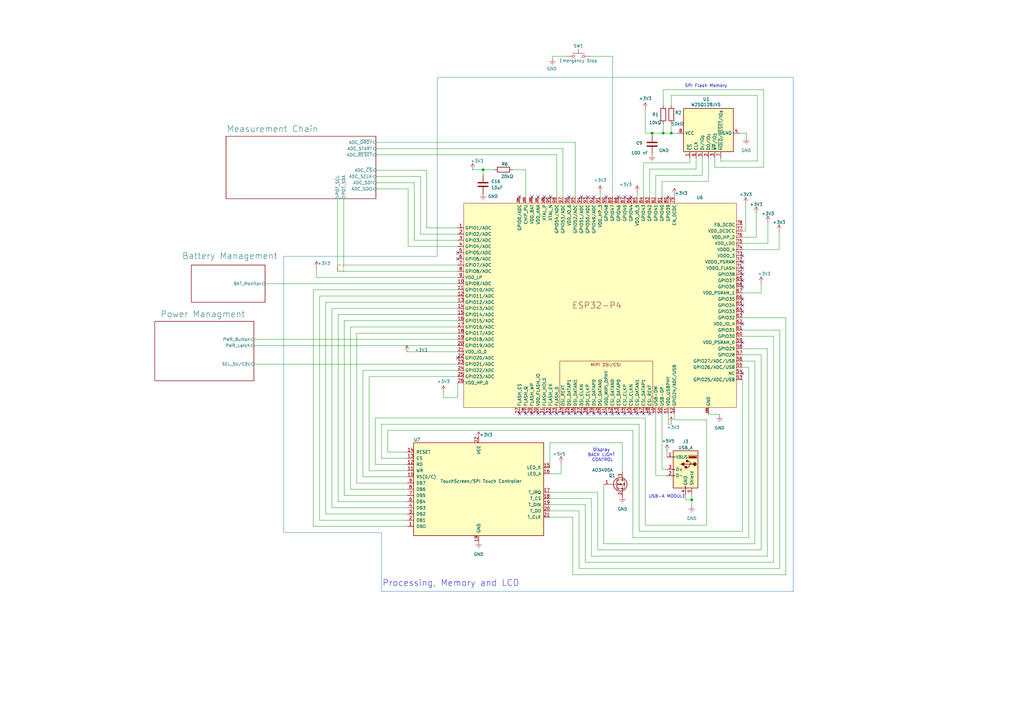
<source format=kicad_sch>
(kicad_sch (version 20250114) (generator "eeschema") (generator_version "9.0")
  (paper "A3")
  (title_block (title "Mobile Force Verification Unit") (date "2025-11-30") (rev "1.0") (company "Innovatest") (comment 1 "Group 02"))
  (lib_symbols
    (symbol "Connector:USB_A" (pin_names (offset 1.016))
      (property "Reference" "J" (at -5.08 11.43 0))
      (property "Value" "USB_A" (at -5.08 8.89 0))
      (symbol "USB_A_1_1"
        (pin passive line (at -2.54 -10.16 90) (length 2.54) (name "Shield") (number "5"))
        (pin power_in line (at 0 -10.16 90) (length 2.54) (name "GND") (number "4"))
        (pin power_in line (at 7.62 5.08 180) (length 2.54) (name "VBUS") (number "1"))
        (pin bidirectional line (at 7.62 0 180) (length 2.54) (name "D+") (number "3"))
        (pin bidirectional line (at 7.62 -2.54 180) (length 2.54) (name "D-") (number "2"))
      )
    )
    (symbol "Device:C" (pin_numbers (hide yes)) (pin_names (offset 0.254))
      (property "Reference" "C" (at 0.635 2.54 0))
      (property "Value" "C" (at 0.635 -2.54 0))
      (symbol "C_1_1"
        (pin passive line (at 0 3.81 270) (length 2.794) (name "~") (number "1"))
        (pin passive line (at 0 -3.81 90) (length 2.794) (name "~") (number "2"))
      )
    )
    (symbol "Device:R" (pin_numbers (hide yes)) (pin_names (offset 0))
      (property "Reference" "R" (at 2.032 0 90))
      (property "Value" "R" (at 0 0 90))
      (symbol "R_1_1"
        (pin passive line (at 0 3.81 270) (length 1.27) (name "~") (number "1"))
        (pin passive line (at 0 -3.81 90) (length 1.27) (name "~") (number "2"))
      )
    )
    (symbol "Display_Graphic:EA_eDIPTFT32-ATP" (pin_names (offset 1.016))
      (property "Reference" "U5" (at -15.24 -10.16 0))
      (property "Value" "TouchScreen/SPI Touch Controller" (at -4.318 6.858 0))
      (symbol "EA_eDIPTFT32-ATP_1_1"
        (pin input line (at -17.78 25.4 0) (length 2.54) (name "DBO") (number "1"))
        (pin input line (at -17.78 22.86 0) (length 2.54) (name "DB1") (number "2"))
        (pin input line (at -17.78 20.32 0) (length 2.54) (name "DB2") (number "3"))
        (pin input line (at -17.78 17.78 0) (length 2.54) (name "DB3") (number "4"))
        (pin input line (at -17.78 15.24 0) (length 2.54) (name "DB4") (number "6"))
        (pin input line (at -17.78 12.7 0) (length 2.54) (name "DB5") (number "7"))
        (pin input line (at -17.78 10.16 0) (length 2.54) (name "DB6") (number "8"))
        (pin power_in line (at -17.78 7.62 0) (length 2.54) (name "DB7") (number "9"))
        (pin input line (at -17.78 5.08 0) (length 2.54) (name "RS(D/C)") (number "10"))
        (pin input line (at -17.78 2.54 0) (length 2.54) (name "WR") (number "11"))
        (pin input line (at -17.78 0 0) (length 2.54) (name "RD") (number "12"))
        (pin input line (at -17.78 -2.54 0) (length 2.54) (name "CS") (number "13"))
        (pin input line (at -17.78 -5.08 0) (length 2.54) (name "RESET") (number "14"))
        (pin no_connect line (at -12.7 -8.89 0) (length 2.54) (hide yes) (name "NC") (number "4"))
        (pin power_in line (at 11.43 31.75 270) (length 2.54) (name "GND") (number "19"))
        (pin power_in line (at 11.43 -11.43 90) (length 2.54) (name "VCC") (number "22"))
        (pin input line (at 40.64 21.59 180) (length 2.54) (name "T_CLK") (number "21"))
        (pin input line (at 40.64 19.05 180) (length 2.54) (name "T_DO") (number "20"))
        (pin input line (at 40.64 16.51 180) (length 2.54) (name "T_DIN") (number "19"))
        (pin input line (at 40.64 13.97 180) (length 2.54) (name "T_CS") (number "18"))
        (pin input line (at 40.64 11.43 180) (length 2.54) (name "T_IRQ") (number "17"))
        (pin input line (at 40.64 3.81 180) (length 2.54) (name "LED_A") (number "16"))
        (pin output line (at 40.64 1.27 180) (length 2.54) (name "LED_K") (number "15"))
        (pin no_connect line (at 40.64 -8.89 180) (length 2.54) (hide yes) (name "NC") (number "3"))
      )
    )
    (symbol "Espressif:ESP32-P4"
      (property "Reference" "U" (at -54.61 43.688 0))
      (symbol "ESP32-P4_1_0"
        (pin bidirectional line (at -57.15 8.89 0) (length 2.54) (name "GPIO9/ADC") (number "10"))
        (pin bidirectional line (at -57.15 6.35 0) (length 2.54) (name "GPIO10/ADC") (number "11"))
        (pin bidirectional line (at -57.15 3.81 0) (length 2.54) (name "GPIO11/ADC") (number "12"))
        (pin bidirectional line (at -57.15 1.27 0) (length 2.54) (name "GPIO12/ADC") (number "13"))
        (pin bidirectional line (at -57.15 -1.27 0) (length 2.54) (name "GPIO13/ADC") (number "14"))
        (pin bidirectional line (at -57.15 -3.81 0) (length 2.54) (name "GPIO14/ADC") (number "15"))
        (pin bidirectional line (at -57.15 -6.35 0) (length 2.54) (name "GPIO15/ADC") (number "16"))
        (pin bidirectional line (at -57.15 -8.89 0) (length 2.54) (name "GPIO16/ADC") (number "17"))
        (pin bidirectional line (at -57.15 -11.43 0) (length 2.54) (name "GPIO17/ADC") (number "18"))
        (pin bidirectional line (at -57.15 -13.97 0) (length 2.54) (name "GPIO18/ADC") (number "19"))
        (pin bidirectional line (at -57.15 -16.51 0) (length 2.54) (name "GPIO19/ADC") (number "20"))
        (pin power_in line (at -57.15 -19.05 0) (length 2.54) (name "VDD_IO_0") (number "21"))
        (pin bidirectional line (at -57.15 -21.59 0) (length 2.54) (name "GPIO20/ADC") (number "22"))
        (pin bidirectional line (at -57.15 -24.13 0) (length 2.54) (name "GPIO21/ADC") (number "23"))
        (pin bidirectional line (at -57.15 -26.67 0) (length 2.54) (name "GPIO22/ADC") (number "24"))
        (pin bidirectional line (at -57.15 -29.21 0) (length 2.54) (name "GPIO23/ADC") (number "25"))
        (pin power_in line (at -57.15 -31.75 0) (length 2.54) (name "VDD_HP_0") (number "26"))
        (pin bidirectional line (at -31.75 44.45 270) (length 2.54) (name "GPIO0/ADC") (number "104"))
        (pin bidirectional line (at -31.75 -44.45 90) (length 2.54) (name "FLASH_CS") (number "27"))
        (pin input line (at -29.21 44.45 270) (length 2.54) (name "CHIP_PU") (number "103"))
        (pin bidirectional line (at -29.21 -44.45 90) (length 2.54) (name "FLASH_Q") (number "28"))
        (pin bidirectional line (at -26.67 44.45 270) (length 2.54) (name "VDD_BAT") (number "102"))
        (pin bidirectional line (at -26.67 -44.45 90) (length 2.54) (name "FLASH_WP") (number "29"))
        (pin bidirectional line (at -24.13 44.45 270) (length 2.54) (name "VDD_ANA") (number "101"))
        (pin power_in line (at -24.13 -44.45 90) (length 2.54) (name "VDD_FLASH_IO") (number "30"))
        (pin bidirectional line (at -21.59 44.45 270) (length 2.54) (name "XTAL_P") (number "100"))
        (pin bidirectional line (at -21.59 -44.45 90) (length 2.54) (name "FLASH_HOLD") (number "31"))
        (pin bidirectional line (at -19.05 44.45 270) (length 2.54) (name "XTAL_N") (number "99"))
        (pin bidirectional line (at -19.05 -44.45 90) (length 2.54) (name "FLASH_CK") (number "32"))
        (pin bidirectional line (at -16.51 44.45 270) (length 2.54) (name "GPIO54/ADC") (number "98"))
        (pin bidirectional line (at -16.51 -44.45 90) (length 2.54) (name "FLASH_D") (number "33"))
        (pin bidirectional line (at -13.97 44.45 270) (length 2.54) (name "GPIO53/ADC") (number "97"))
        (pin bidirectional line (at -13.97 -44.45 90) (length 2.54) (name "DSI_REXT") (number "34"))
        (pin power_in line (at -11.43 44.45 270) (length 2.54) (name "VDD_IO_6") (number "96"))
        (pin bidirectional line (at -11.43 -44.45 90) (length 2.54) (name "DSI_DATAP1") (number "35"))
        (pin bidirectional line (at -8.89 44.45 270) (length 2.54) (name "GPIO52/ADC") (number "95"))
        (pin bidirectional line (at -8.89 -44.45 90) (length 2.54) (name "DSI_DATAN1") (number "36"))
        (pin bidirectional line (at -6.35 44.45 270) (length 2.54) (name "GPIO51/ADC") (number "94"))
        (pin bidirectional line (at -6.35 -44.45 90) (length 2.54) (name "DSI_CLKN") (number "37"))
        (pin bidirectional line (at -3.81 44.45 270) (length 2.54) (name "GPIO50/ADC") (number "93"))
        (pin bidirectional line (at -3.81 -44.45 90) (length 2.54) (name "DSI_CLKP") (number "38"))
        (pin bidirectional line (at -1.27 44.45 270) (length 2.54) (name "GPIO49/ADC") (number "92"))
        (pin bidirectional line (at -1.27 -44.45 90) (length 2.54) (name "DSI_DATAP0") (number "39"))
        (pin power_in line (at 1.27 44.45 270) (length 2.54) (name "VDD_HP_3") (number "91"))
        (pin bidirectional line (at 1.27 -44.45 90) (length 2.54) (name "DSI_DATAN0") (number "40"))
        (pin bidirectional line (at 3.81 44.45 270) (length 2.54) (name "GPIO48") (number "90"))
        (pin power_in line (at 3.81 -44.45 90) (length 2.54) (name "VDD_MIPI_DPHY") (number "41"))
        (pin bidirectional line (at 6.35 44.45 270) (length 2.54) (name "GPIO47") (number "89"))
        (pin bidirectional line (at 6.35 -44.45 90) (length 2.54) (name "CSI_DATAN0") (number "42"))
        (pin bidirectional line (at 8.89 44.45 270) (length 2.54) (name "GPIO46") (number "88"))
        (pin bidirectional line (at 8.89 -44.45 90) (length 2.54) (name "CSI_DATAP0") (number "43"))
        (pin bidirectional line (at 11.43 44.45 270) (length 2.54) (name "GPIO45") (number "87"))
        (pin bidirectional line (at 11.43 -44.45 90) (length 2.54) (name "CSI_CLKP") (number "44"))
        (pin bidirectional line (at 13.97 44.45 270) (length 2.54) (name "GPIO44") (number "86"))
        (pin bidirectional line (at 13.97 -44.45 90) (length 2.54) (name "CSI_CLKN") (number "45"))
        (pin power_in line (at 16.51 44.45 270) (length 2.54) (name "VDD_IO_5") (number "85"))
        (pin bidirectional line (at 16.51 -44.45 90) (length 2.54) (name "CSI_DATAN1") (number "46"))
        (pin bidirectional line (at 19.05 44.45 270) (length 2.54) (name "GPIO43") (number "84"))
        (pin bidirectional line (at 19.05 -44.45 90) (length 2.54) (name "CSI_DATAP1") (number "47"))
        (pin bidirectional line (at 21.59 44.45 270) (length 2.54) (name "GPIO42") (number "83"))
        (pin bidirectional line (at 21.59 -44.45 90) (length 2.54) (name "CSI_REXT") (number "48"))
        (pin bidirectional line (at 24.13 44.45 270) (length 2.54) (name "GPIO41") (number "82"))
        (pin bidirectional line (at 24.13 -44.45 90) (length 2.54) (name "USB-DM") (number "49"))
        (pin bidirectional line (at 26.67 44.45 270) (length 2.54) (name "GPIO40") (number "81"))
        (pin bidirectional line (at 26.67 -44.45 90) (length 2.54) (name "USB-DP") (number "50"))
        (pin bidirectional line (at 29.21 44.45 270) (length 2.54) (name "GPIO39") (number "80"))
        (pin power_in line (at 29.21 -44.45 90) (length 2.54) (name "VDD_USBPHY") (number "51"))
        (pin output line (at 31.75 44.45 270) (length 2.54) (name "EN_DCDC") (number "79"))
        (pin bidirectional line (at 31.75 -44.45 90) (length 2.54) (name "GPIO24/ADC/USB") (number "52"))
        (pin power_in line (at 45.72 -44.45 90) (length 2.54) (name "GND") (number "105"))
        (pin bidirectional line (at 59.69 33.02 180) (length 2.54) (name "FB_DCDC") (number "78"))
        (pin power_in line (at 59.69 30.48 180) (length 2.54) (name "VDD_DCDCC") (number "77"))
        (pin power_in line (at 59.69 27.94 180) (length 2.54) (name "VDD_HP_2") (number "76"))
        (pin power_in line (at 59.69 25.4 180) (length 2.54) (name "VDD_LDO") (number "75"))
        (pin power_in line (at 59.69 22.86 180) (length 2.54) (name "VDDO_4") (number "74"))
        (pin power_in line (at 59.69 20.32 180) (length 2.54) (name "VDDO_3") (number "73"))
        (pin power_in line (at 59.69 17.78 180) (length 2.54) (name "VDDO_PSRAM") (number "72"))
        (pin power_in line (at 59.69 15.24 180) (length 2.54) (name "VDDO_FLASH") (number "71"))
        (pin bidirectional line (at 59.69 12.7 180) (length 2.54) (name "GPIO38") (number "70"))
        (pin bidirectional line (at 59.69 10.16 180) (length 2.54) (name "GPIO37") (number "69"))
        (pin bidirectional line (at 59.69 7.62 180) (length 2.54) (name "GPIO36") (number "68"))
        (pin power_in line (at 59.69 5.08 180) (length 2.54) (name "VDD_PSRAM_1") (number "67"))
        (pin bidirectional line (at 59.69 2.54 180) (length 2.54) (name "GPIO35") (number "66"))
        (pin bidirectional line (at 59.69 0 180) (length 2.54) (name "GPIO34") (number "65"))
        (pin bidirectional line (at 59.69 -2.54 180) (length 2.54) (name "GPIO33") (number "64"))
        (pin bidirectional line (at 59.69 -5.08 180) (length 2.54) (name "GPIO32") (number "63"))
        (pin power_in line (at 59.69 -7.62 180) (length 2.54) (name "VDD_IO_4") (number "62"))
        (pin bidirectional line (at 59.69 -10.16 180) (length 2.54) (name "GPIO31") (number "61"))
        (pin bidirectional line (at 59.69 -12.7 180) (length 2.54) (name "GPIO30") (number "60"))
        (pin power_in line (at 59.69 -15.24 180) (length 2.54) (name "VDD_PSRAM_0") (number "59"))
        (pin bidirectional line (at 59.69 -17.78 180) (length 2.54) (name "GPIO29") (number "58"))
        (pin bidirectional line (at 59.69 -20.32 180) (length 2.54) (name "GPIO28") (number "57"))
        (pin bidirectional line (at 59.69 -22.86 180) (length 2.54) (name "GPIO27/ADC/USB") (number "56"))
        (pin bidirectional line (at 59.69 -25.4 180) (length 2.54) (name "GPIO26/ADC/USB") (number "55"))
        (pin no_connect line (at 59.69 -27.94 180) (length 2.54) (name "NC") (number "54"))
        (pin bidirectional line (at 59.69 -30.48 180) (length 2.54) (name "GPIO25/ADC/USB") (number "53"))
      )
      (symbol "ESP32-P4_1_1"
        (text "ESP32-P4" (at 0 0 0) (effects (font (size 2.54 2.54))))
        (text "MIPI DSI/CSI" (at 3.556 -24.384 0) (effects (font (size 1.27 1.27))))
        (pin bidirectional line (at -57.15 31.75 0) (length 2.54) (name "GPIO1/ADC") (number "1"))
        (pin bidirectional line (at -57.15 29.21 0) (length 2.54) (name "GPIO2/ADC") (number "2"))
        (pin bidirectional line (at -57.15 26.67 0) (length 2.54) (name "GPIO3/ADC") (number "3"))
        (pin bidirectional line (at -57.15 24.13 0) (length 2.54) (name "GPIO4/ADC") (number "4"))
        (pin bidirectional line (at -57.15 21.59 0) (length 2.54) (name "GPIO5/ADC") (number "5"))
        (pin bidirectional line (at -57.15 19.05 0) (length 2.54) (name "GPIO6/ADC") (number "6"))
        (pin bidirectional line (at -57.15 16.51 0) (length 2.54) (name "GPIO7/ADC") (number "7"))
        (pin bidirectional line (at -57.15 13.97 0) (length 2.54) (name "GPIO8/ADC") (number "8"))
        (pin power_in line (at -57.15 11.43 0) (length 2.54) (name "VDD_LP") (number "9"))
      )
    )
    (symbol "Memory_Flash:W25Q128JVS"
      (property "Reference" "U" (at -6.35 11.43 0))
      (property "Value" "W25Q128JVS" (at 7.62 11.43 0))
      (symbol "W25Q128JVS_1_1"
        (pin input line (at -10.16 7.62 0) (length 2.54) (name "~{CS}") (number "1"))
        (pin input line (at -10.16 5.08 0) (length 2.54) (name "CLK") (number "6"))
        (pin bidirectional line (at -10.16 2.54 0) (length 2.54) (name "DI/IO_{0}") (number "5"))
        (pin bidirectional line (at -10.16 0 0) (length 2.54) (name "DO/IO_{1}") (number "2"))
        (pin bidirectional line (at -10.16 -2.54 0) (length 2.54) (name "~{WP}/IO_{2}") (number "3"))
        (pin bidirectional line (at -10.16 -5.08 0) (length 2.54) (name "~{HOLD}/~{RESET}/IO_{3}") (number "7"))
        (pin power_in line (at 0 12.7 270) (length 2.54) (name "VCC") (number "8"))
        (pin power_in line (at 0 -12.7 90) (length 2.54) (name "GND") (number "4"))
      )
    )
    (symbol "Switch:SW_Push" (pin_numbers (hide yes)) (pin_names (offset 1.016) (hide yes))
      (property "Reference" "SW" (at 1.27 2.54 0))
      (property "Value" "SW_Push" (at 0 -1.524 0))
      (symbol "SW_Push_0_1"
        (pin passive line (at -5.08 0 0) (length 2.54) (name "1") (number "1"))
        (pin passive line (at 5.08 0 180) (length 2.54) (name "2") (number "2"))
      )
    )
    (symbol "Transistor_FET:AO3400A" (pin_names (offset 0) (hide yes))
      (property "Reference" "Q" (at 5.08 1.905 0))
      (property "Value" "AO3400A" (at 5.08 0 0))
      (symbol "AO3400A_1_1"
        (pin input line (at -5.08 0 0) (length 2.54) (name "G") (number "1"))
        (pin passive line (at 2.54 5.08 270) (length 2.54) (name "D") (number "3"))
        (pin passive line (at 2.54 -5.08 90) (length 2.54) (name "S") (number "2"))
      )
    )
    (symbol "power:+5V" (power) (pin_numbers (hide yes)) (pin_names (offset 0) (hide yes))
      (property "Value" "+5V" (at 0 3.556 0))
      (symbol "+5V_1_1"
        (pin power_in line (at 0 0 90) (length 0) (name "~") (number "1"))
      )
    )
    (symbol "power:GNDREF" (power) (pin_numbers (hide yes)) (pin_names (offset 0) (hide yes))
      (property "Value" "GNDREF" (at 0 -3.81 0))
      (symbol "GNDREF_1_1"
        (pin power_in line (at 0 0 270) (length 0) (name "~") (number "1"))
      )
    )
    (symbol "power:VCC" (power) (pin_numbers (hide yes)) (pin_names (offset 0) (hide yes))
      (property "Value" "VCC" (at 0 3.556 0))
      (symbol "VCC_1_1"
        (pin power_in line (at 0 0 90) (length 0) (name "~") (number "1"))
      )
    )
  )
  (text "USB-A MODULE\n" (at 273.558 203.708 0) (effects (font (size 1.27 1.27))))
  (text "Processing, Memory and LCD" (at 184.912 239.268 0) (effects (font (size 2.54 2.54))))
  (text "Display \nBACK LIGHT \nCONTROL\n" (at 247.142 186.69 0) (effects (font (size 1.27 1.27))))
  (text "SPI Flash Memory\n" (at 289.56 35.306 0) (effects (font (size 1.27 1.27))))
  (junction (at 275.336 54.61))
  (junction (at 272.034 54.61))
  (junction (at 198.12 69.596))
  (junction (at 267.462 54.61))
  (junction (at 283.718 204.978))
  (no_connect (at 215.646 169.672))
  (no_connect (at 253.746 169.672))
  (no_connect (at 230.886 169.672))
  (no_connect (at 218.186 80.772))
  (no_connect (at 304.546 117.602))
  (no_connect (at 187.706 106.172))
  (no_connect (at 304.546 107.442))
  (no_connect (at 225.806 80.772))
  (no_connect (at 304.546 109.982))
  (no_connect (at 228.346 169.672))
  (no_connect (at 266.446 169.672))
  (no_connect (at 253.746 80.772))
  (no_connect (at 304.546 125.222))
  (no_connect (at 233.426 169.672))
  (no_connect (at 187.706 103.632))
  (no_connect (at 238.506 80.772))
  (no_connect (at 213.106 80.772))
  (no_connect (at 233.426 80.772))
  (no_connect (at 261.366 169.672))
  (no_connect (at 187.706 146.812))
  (no_connect (at 243.586 169.672))
  (no_connect (at 220.726 80.772))
  (no_connect (at 241.046 169.672))
  (no_connect (at 274.066 80.772))
  (no_connect (at 304.546 127.762))
  (no_connect (at 251.206 169.672))
  (no_connect (at 304.546 112.522))
  (no_connect (at 241.046 80.772))
  (no_connect (at 225.806 169.672))
  (no_connect (at 243.586 80.772))
  (no_connect (at 304.546 115.062))
  (no_connect (at 304.546 104.902))
  (no_connect (at 304.546 140.462))
  (no_connect (at 246.126 169.672))
  (no_connect (at 223.266 169.672))
  (no_connect (at 213.106 169.672))
  (no_connect (at 256.286 80.772))
  (no_connect (at 304.546 132.842))
  (no_connect (at 218.186 169.672))
  (no_connect (at 223.266 80.772))
  (no_connect (at 248.666 169.672))
  (no_connect (at 235.966 169.672))
  (no_connect (at 220.726 169.672))
  (no_connect (at 263.906 169.672))
  (no_connect (at 238.506 169.672))
  (no_connect (at 256.286 169.672))
  (no_connect (at 248.666 80.772))
  (no_connect (at 304.546 122.682))
  (no_connect (at 258.826 169.672))
  (no_connect (at 258.826 80.772))
  (wire (pts (xy 172.466 96.012) (xy 187.706 96.012)))
  (wire (pts (xy 169.926 98.552) (xy 169.926 74.93)))
  (wire (pts (xy 247.65 198.628) (xy 247.65 223.012)))
  (wire (pts (xy 276.606 172.212) (xy 289.814 172.212)))
  (wire (pts (xy 293.116 68.58) (xy 313.182 68.58)))
  (wire (pts (xy 187.706 101.092) (xy 167.386 101.092)))
  (wire (pts (xy 322.326 130.302) (xy 322.326 235.712)))
  (wire (pts (xy 143.764 200.66) (xy 167.132 200.66)))
  (wire (pts (xy 167.132 215.9) (xy 128.524 215.9)))
  (wire (pts (xy 226.568 23.114) (xy 232.156 23.114)))
  (wire (pts (xy 151.384 154.432) (xy 151.384 193.04)))
  (wire (pts (xy 283.718 204.978) (xy 283.718 207.518)))
  (wire (pts (xy 167.132 210.82) (xy 133.604 210.82)))
  (wire (pts (xy 187.706 111.252) (xy 138.43 111.252)))
  (wire (pts (xy 266.446 69.342) (xy 285.496 69.342)))
  (wire (pts (xy 154.178 58.42) (xy 235.966 58.42)))
  (wire (pts (xy 262.128 173.99) (xy 262.128 217.932)))
  (wire (pts (xy 304.546 120.142) (xy 312.166 120.142)))
  (wire (pts (xy 104.14 141.732) (xy 187.706 141.732)))
  (wire (pts (xy 128.524 118.872) (xy 128.524 215.9)))
  (wire (pts (xy 272.034 54.61) (xy 275.336 54.61)))
  (wire (pts (xy 187.706 156.972) (xy 187.706 163.068)))
  (wire (pts (xy 290.576 169.926) (xy 290.576 169.672)))
  (wire (pts (xy 148.844 151.892) (xy 187.706 151.892)))
  (wire (pts (xy 283.718 204.978) (xy 281.178 204.978)))
  (wire (pts (xy 242.57 204.47) (xy 242.57 228.092)))
  (wire (pts (xy 264.668 44.704) (xy 264.668 54.61)))
  (wire (pts (xy 140.97 81.534) (xy 140.97 108.712)))
  (wire (pts (xy 275.336 50.8) (xy 275.336 54.61)))
  (wire (pts (xy 148.844 195.58) (xy 148.844 151.892)))
  (wire (pts (xy 317.246 137.922) (xy 317.246 230.632)))
  (wire (pts (xy 153.924 171.45) (xy 264.668 171.45)))
  (wire (pts (xy 246.126 78.74) (xy 246.126 80.772)))
  (wire (pts (xy 268.986 195.072) (xy 273.558 195.072)))
  (wire (pts (xy 156.464 173.99) (xy 262.128 173.99)))
  (wire (pts (xy 167.132 213.36) (xy 131.064 213.36)))
  (wire (pts (xy 304.546 97.282) (xy 310.134 97.282)))
  (wire (pts (xy 225.552 209.55) (xy 237.49 209.55)))
  (wire (pts (xy 167.132 190.5) (xy 153.924 190.5)))
  (wire (pts (xy 304.546 130.302) (xy 322.326 130.302)))
  (wire (pts (xy 141.224 203.2) (xy 167.132 203.2)))
  (wire (pts (xy 264.668 54.61) (xy 267.462 54.61)))
  (wire (pts (xy 225.552 207.01) (xy 240.03 207.01)))
  (wire (pts (xy 167.132 195.58) (xy 148.844 195.58)))
  (wire (pts (xy 230.124 194.31) (xy 230.124 189.738)))
  (wire (pts (xy 167.132 187.96) (xy 156.464 187.96)))
  (wire (pts (xy 259.588 176.53) (xy 259.588 220.472)))
  (wire (pts (xy 108.712 116.332) (xy 187.706 116.332)))
  (wire (pts (xy 275.336 173.482) (xy 275.336 173.99)))
  (wire (pts (xy 230.886 60.96) (xy 230.886 80.772)))
  (wire (pts (xy 138.684 129.032) (xy 138.684 205.74)))
  (wire (pts (xy 304.546 137.922) (xy 317.246 137.922)))
  (wire (pts (xy 228.346 63.5) (xy 228.346 80.772)))
  (wire (pts (xy 240.03 230.632) (xy 317.246 230.632)))
  (wire (pts (xy 129.794 113.792) (xy 129.794 109.728)))
  (wire (pts (xy 319.532 94.742) (xy 319.532 102.362)))
  (wire (pts (xy 267.462 63.5) (xy 267.462 62.992)))
  (wire (pts (xy 234.95 212.09) (xy 234.95 235.712)))
  (wire (pts (xy 312.166 116.078) (xy 312.166 120.142)))
  (wire (pts (xy 314.706 143.002) (xy 314.706 228.092)))
  (wire (pts (xy 225.552 194.31) (xy 230.124 194.31)))
  (wire (pts (xy 314.96 99.822) (xy 314.96 91.186)))
  (wire (pts (xy 282.956 66.802) (xy 282.956 64.77)))
  (wire (pts (xy 136.144 126.492) (xy 187.706 126.492)))
  (wire (pts (xy 181.864 160.782) (xy 181.864 163.068)))
  (wire (pts (xy 245.11 225.552) (xy 312.166 225.552)))
  (wire (pts (xy 310.642 39.116) (xy 310.642 66.04)))
  (wire (pts (xy 262.128 217.932) (xy 304.546 217.932)))
  (wire (pts (xy 167.132 185.42) (xy 159.004 185.42)))
  (wire (pts (xy 128.524 118.872) (xy 187.706 118.872)))
  (wire (pts (xy 264.668 215.392) (xy 289.814 215.392)))
  (wire (pts (xy 133.604 123.952) (xy 133.604 210.82)))
  (wire (pts (xy 283.718 204.978) (xy 283.718 202.692)))
  (wire (pts (xy 153.924 190.5) (xy 153.924 171.45)))
  (wire (pts (xy 288.036 71.882) (xy 288.036 64.77)))
  (wire (pts (xy 295.148 169.926) (xy 295.148 170.434)))
  (wire (pts (xy 251.206 80.772) (xy 251.206 23.114)))
  (wire (pts (xy 274.066 169.672) (xy 274.066 173.99)))
  (wire (pts (xy 146.304 136.652) (xy 146.304 198.12)))
  (wire (pts (xy 143.764 134.112) (xy 187.706 134.112)))
  (wire (pts (xy 138.684 129.032) (xy 187.706 129.032)))
  (wire (pts (xy 154.178 63.5) (xy 228.346 63.5)))
  (wire (pts (xy 133.604 123.952) (xy 187.706 123.952)))
  (wire (pts (xy 166.878 144.272) (xy 187.706 144.272)))
  (wire (pts (xy 196.342 179.07) (xy 196.342 179.578)))
  (wire (pts (xy 151.384 154.432) (xy 187.706 154.432)))
  (wire (pts (xy 276.606 169.672) (xy 276.606 172.212)))
  (wire (pts (xy 275.336 39.116) (xy 310.642 39.116)))
  (wire (pts (xy 215.646 69.596) (xy 215.646 80.772)))
  (wire (pts (xy 138.43 81.534) (xy 138.43 111.252)))
  (wire (pts (xy 138.684 205.74) (xy 167.132 205.74)))
  (wire (pts (xy 264.668 171.45) (xy 264.668 215.392)))
  (wire (pts (xy 313.182 68.58) (xy 313.182 36.83)))
  (wire (pts (xy 159.004 185.42) (xy 159.004 176.53)))
  (wire (pts (xy 268.986 80.772) (xy 268.986 71.882)))
  (wire (pts (xy 237.49 209.55) (xy 237.49 233.172)))
  (wire (pts (xy 272.034 43.18) (xy 272.034 36.83)))
  (wire (pts (xy 304.546 102.362) (xy 319.532 102.362)))
  (wire (pts (xy 267.462 55.372) (xy 267.462 54.61)))
  (wire (pts (xy 293.116 64.77) (xy 293.116 68.58)))
  (wire (pts (xy 154.178 60.96) (xy 230.886 60.96)))
  (wire (pts (xy 242.57 228.092) (xy 314.706 228.092)))
  (wire (pts (xy 181.864 163.068) (xy 187.706 163.068)))
  (wire (pts (xy 225.552 201.93) (xy 245.11 201.93)))
  (wire (pts (xy 141.224 131.572) (xy 141.224 203.2)))
  (wire (pts (xy 261.366 78.74) (xy 261.366 80.772)))
  (wire (pts (xy 305.816 83.566) (xy 305.816 94.742)))
  (wire (pts (xy 167.386 101.092) (xy 167.386 77.47)))
  (wire (pts (xy 271.526 192.532) (xy 273.558 192.532)))
  (wire (pts (xy 154.178 69.85) (xy 175.006 69.85)))
  (wire (pts (xy 151.384 193.04) (xy 167.132 193.04)))
  (wire (pts (xy 274.066 173.99) (xy 275.336 173.99)))
  (wire (pts (xy 131.064 121.412) (xy 131.064 213.36)))
  (wire (pts (xy 268.986 169.672) (xy 268.986 195.072)))
  (wire (pts (xy 309.626 148.082) (xy 304.546 148.082)))
  (wire (pts (xy 175.006 93.472) (xy 187.706 93.472)))
  (wire (pts (xy 304.546 135.382) (xy 319.786 135.382)))
  (wire (pts (xy 295.148 169.926) (xy 290.576 169.926)))
  (wire (pts (xy 312.166 145.542) (xy 304.546 145.542)))
  (wire (pts (xy 251.206 23.114) (xy 242.316 23.114)))
  (wire (pts (xy 271.526 74.422) (xy 290.576 74.422)))
  (wire (pts (xy 198.12 69.596) (xy 198.12 71.882)))
  (wire (pts (xy 141.224 131.572) (xy 187.706 131.572)))
  (wire (pts (xy 225.552 212.09) (xy 234.95 212.09)))
  (wire (pts (xy 198.12 69.596) (xy 202.692 69.596)))
  (wire (pts (xy 245.11 201.93) (xy 245.11 225.552)))
  (wire (pts (xy 312.166 145.542) (xy 312.166 225.552)))
  (wire (pts (xy 319.786 135.382) (xy 319.786 233.172)))
  (wire (pts (xy 225.552 204.47) (xy 242.57 204.47)))
  (wire (pts (xy 172.466 72.39) (xy 172.466 96.012)))
  (wire (pts (xy 146.304 198.12) (xy 167.132 198.12)))
  (wire (pts (xy 289.814 215.392) (xy 289.814 172.212)))
  (wire (pts (xy 154.178 74.93) (xy 169.926 74.93)))
  (wire (pts (xy 267.462 54.61) (xy 272.034 54.61)))
  (wire (pts (xy 247.65 223.012) (xy 309.626 223.012)))
  (wire (pts (xy 154.178 77.47) (xy 167.386 77.47)))
  (wire (pts (xy 304.546 150.622) (xy 307.086 150.622)))
  (wire (pts (xy 275.336 43.18) (xy 275.336 39.116)))
  (wire (pts (xy 272.034 50.8) (xy 272.034 54.61)))
  (wire (pts (xy 143.764 134.112) (xy 143.764 200.66)))
  (wire (pts (xy 304.546 155.702) (xy 304.546 217.932)))
  (wire (pts (xy 310.134 87.376) (xy 310.134 97.282)))
  (wire (pts (xy 309.626 148.082) (xy 309.626 223.012)))
  (wire (pts (xy 307.086 150.622) (xy 307.086 220.472)))
  (wire (pts (xy 285.496 69.342) (xy 285.496 64.77)))
  (wire (pts (xy 295.656 66.04) (xy 295.656 64.77)))
  (wire (pts (xy 306.07 54.61) (xy 306.07 56.642)))
  (wire (pts (xy 146.304 136.652) (xy 187.706 136.652)))
  (wire (pts (xy 235.966 58.42) (xy 235.966 80.772)))
  (wire (pts (xy 234.95 235.712) (xy 322.326 235.712)))
  (wire (pts (xy 237.49 233.172) (xy 319.786 233.172)))
  (wire (pts (xy 276.606 80.772) (xy 276.606 79.756)))
  (wire (pts (xy 255.27 181.61) (xy 255.27 193.548)))
  (wire (pts (xy 225.552 181.61) (xy 255.27 181.61)))
  (wire (pts (xy 263.906 80.772) (xy 263.906 66.802)))
  (wire (pts (xy 314.706 143.002) (xy 304.546 143.002)))
  (wire (pts (xy 104.14 139.192) (xy 187.706 139.192)))
  (wire (pts (xy 136.144 126.492) (xy 136.144 208.28)))
  (wire (pts (xy 129.794 113.792) (xy 187.706 113.792)))
  (wire (pts (xy 304.546 99.822) (xy 314.96 99.822)))
  (wire (pts (xy 275.336 54.61) (xy 277.876 54.61)))
  (wire (pts (xy 175.006 69.85) (xy 175.006 93.472)))
  (wire (pts (xy 272.034 36.83) (xy 313.182 36.83)))
  (wire (pts (xy 226.568 24.13) (xy 226.568 23.114)))
  (wire (pts (xy 259.588 220.472) (xy 307.086 220.472)))
  (wire (pts (xy 193.802 69.596) (xy 198.12 69.596)))
  (wire (pts (xy 281.178 204.978) (xy 281.178 202.692)))
  (wire (pts (xy 303.276 54.61) (xy 306.07 54.61)))
  (wire (pts (xy 225.552 181.61) (xy 225.552 191.77)))
  (wire (pts (xy 268.986 71.882) (xy 288.036 71.882)))
  (wire (pts (xy 240.03 207.01) (xy 240.03 230.632)))
  (wire (pts (xy 290.576 64.77) (xy 290.576 74.422)))
  (wire (pts (xy 187.706 98.552) (xy 169.926 98.552)))
  (wire (pts (xy 271.526 169.672) (xy 271.526 192.532)))
  (wire (pts (xy 156.464 187.96) (xy 156.464 173.99)))
  (wire (pts (xy 266.446 80.772) (xy 266.446 69.342)))
  (wire (pts (xy 154.178 72.39) (xy 172.466 72.39)))
  (wire (pts (xy 263.906 66.802) (xy 282.956 66.802)))
  (wire (pts (xy 210.312 69.596) (xy 215.646 69.596)))
  (wire (pts (xy 159.004 176.53) (xy 259.588 176.53)))
  (wire (pts (xy 273.558 187.452) (xy 273.558 184.912)))
  (wire (pts (xy 136.144 208.28) (xy 167.132 208.28)))
  (wire (pts (xy 131.064 121.412) (xy 187.706 121.412)))
  (wire (pts (xy 104.14 149.352) (xy 187.706 149.352)))
  (wire (pts (xy 304.546 94.742) (xy 305.816 94.742)))
  (wire (pts (xy 271.526 80.772) (xy 271.526 74.422)))
  (wire (pts (xy 310.642 66.04) (xy 295.656 66.04)))
  (wire (pts (xy 187.706 108.712) (xy 140.97 108.712)))
  (rule_area (polyline (pts (xy 138.43 111.252) (xy 138.43 108.712) (xy 140.97 108.712) (xy 140.97 111.252)) (stroke (width 0) (type dash))))
  (rule_area (polyline (pts (xy 325.374 31.75) (xy 179.324 31.75) (xy 179.324 105.156) (xy 116.332 105.156) (xy 116.332 218.44) (xy 156.464 218.44) (xy 156.464 238.506) (xy 156.464 239.268) (xy 156.464 242.57) (xy 159.512 242.57) (xy 325.374 242.57) (xy 325.374 237.744)) (stroke (width 0) (color 33 122 182 1))))
  (symbol (lib_id "power:GNDREF") (at 295.148 170.434 0) (unit 1)
    (property "Reference" "#PWR055" (effects (hide yes)))
    (property "Value" "GND" (at 295.148 175.514 0))
    (property "Description" "Power symbol creates a global label with name \"GNDREF\" , reference supply ground" (effects (hide yes)))
  )
  (symbol (lib_id "power:GNDREF") (at 196.342 222.25 0) (mirror y) (unit 1)
    (property "Reference" "#PWR069" (effects (hide yes)))
    (property "Value" "GND" (at 196.342 227.33 0))
    (property "Description" "Power symbol creates a global label with name \"GNDREF\" , reference supply ground" (effects (hide yes)))
  )
  (symbol (lib_id "power:VCC") (at 261.366 78.74 0) (unit 1)
    (property "Reference" "#PWR025" (effects (hide yes)))
    (property "Value" "+3V3" (at 256.54 75.692 0))
    (property "Description" "Power symbol creates a global label with name \"VCC\"" (effects (hide yes)))
  )
  (symbol (lib_id "power:GNDREF") (at 283.718 207.518 0) (mirror y) (unit 1)
    (property "Reference" "#PWR065" (effects (hide yes)))
    (property "Value" "GND" (at 283.718 212.598 0))
    (property "Description" "Power symbol creates a global label with name \"GNDREF\" , reference supply ground" (effects (hide yes)))
  )
  (symbol (lib_id "power:VCC") (at 276.606 79.756 0) (unit 1)
    (property "Reference" "#PWR030" (effects (hide yes)))
    (property "Value" "+3V3" (at 279.4 79.248 0))
    (property "Description" "Power symbol creates a global label with name \"VCC\"" (effects (hide yes)))
  )
  (symbol (lib_id "power:VCC") (at 275.336 173.482 0) (unit 1)
    (property "Reference" "#PWR056" (effects (hide yes)))
    (property "Value" "+3V3" (at 276.098 175.26 0))
    (property "Description" "Power symbol creates a global label with name \"VCC\"" (effects (hide yes)))
  )
  (symbol (lib_id "Device:R") (at 206.502 69.596 90) (unit 1)
    (property "Reference" "R6" (at 207.01 67.31 90))
    (property "Value" "20kΩ" (at 208.026 72.39 90))
    (property "Description" "Resistor" (effects (hide yes)))
  )
  (symbol (lib_id "Device:R") (at 272.034 46.99 0) (unit 1)
    (property "Reference" "R1" (at 267.462 46.99 0) (effects (justify left)))
    (property "Value" "10kΩ" (at 266.192 50.292 0) (effects (justify left)))
    (property "Description" "Resistor" (effects (hide yes)))
  )
  (symbol (lib_id "Device:C") (at 198.12 75.692 0) (unit 1)
    (property "Reference" "C16" (at 201.422 74.4219 0) (effects (justify left)))
    (property "Value" "10uF" (at 201.422 76.9619 0) (effects (justify left)))
    (property "Description" "Unpolarized capacitor" (effects (hide yes)))
  )
  (symbol (lib_id "Transistor_FET:AO3400A") (at 252.73 198.628 0) (unit 1)
    (property "Reference" "Q1" (at 249.682 195.072 0) (effects (justify left)))
    (property "Value" "AO3400A" (at 242.824 192.786 0) (effects (justify left)))
    (property "Footprint" "Package_TO_SOT_SMD:SOT-23" (effects (hide yes)))
    (property "Datasheet" "http://www.aosmd.com/pdfs/datasheet/AO3400A.pdf" (effects (hide yes)))
    (property "Description" "30V Vds, 5.7A Id, N-Channel MOSFET, SOT-23" (effects (hide yes)))
  )
  (symbol (lib_id "power:VCC") (at 129.794 109.728 0) (unit 1)
    (property "Reference" "#PWR043" (effects (hide yes)))
    (property "Value" "+3V3" (at 132.842 107.95 0))
    (property "Description" "Power symbol creates a global label with name \"VCC\"" (effects (hide yes)))
  )
  (symbol (lib_id "Device:C") (at 267.462 59.182 0) (unit 1)
    (property "Reference" "C9" (at 260.858 58.674 0) (effects (justify left)))
    (property "Value" "100 nF" (at 258.826 62.738 0) (effects (justify left)))
    (property "Description" "Unpolarized capacitor" (effects (hide yes)))
  )
  (symbol (lib_id "Espressif:ESP32-P4") (at 244.856 125.222 0) (unit 1)
    (property "Reference" "U6" (at 287.02 81.026 0))
    (property "Footprint" "PCM_Espressif:ESP32-P4" (effects (hide yes)))
    (property "Description" "High-performance MCU with one RISC-V 32-bit dual-core microprocessor and one single-core microprocessor" (effects (hide yes)))
  )
  (symbol (lib_id "power:+5V") (at 230.124 189.738 0) (unit 1)
    (property "Reference" "#PWR060" (effects (hide yes)))
    (property "Value" "+5V5" (at 229.362 186.182 0))
    (property "Description" "Power symbol creates a global label with name \"+5V\"" (effects (hide yes)))
  )
  (symbol (lib_id "power:VCC") (at 319.532 94.742 0) (unit 1)
    (property "Reference" "#PWR038" (effects (hide yes)))
    (property "Value" "+3V3" (at 319.532 91.186 0))
    (property "Description" "Power symbol creates a global label with name \"VCC\"" (effects (hide yes)))
  )
  (symbol (lib_id "power:VCC") (at 264.668 44.704 0) (unit 1)
    (property "Reference" "#PWR07" (effects (hide yes)))
    (property "Value" "+3V3" (at 264.668 40.386 0))
    (property "Description" "Power symbol creates a global label with name \"VCC\"" (effects (hide yes)))
  )
  (symbol (lib_id "power:VCC") (at 246.126 78.74 0) (unit 1)
    (property "Reference" "#PWR024" (effects (hide yes)))
    (property "Value" "+3V3" (at 246.126 73.914 0))
    (property "Description" "Power symbol creates a global label with name \"VCC\"" (effects (hide yes)))
  )
  (symbol (lib_id "power:VCC") (at 193.802 69.596 0) (unit 1)
    (property "Reference" "#PWR020" (effects (hide yes)))
    (property "Value" "+3V3" (at 193.04 66.04 0) (effects (justify left)))
    (property "Description" "Power symbol creates a global label with name \"VCC\"" (effects (hide yes)))
  )
  (symbol (lib_id "power:GNDREF") (at 267.462 63.5 0) (mirror y) (unit 1)
    (property "Reference" "#PWR019" (effects (hide yes)))
    (property "Value" "GND" (at 272.288 61.722 0))
    (property "Description" "Power symbol creates a global label with name \"GNDREF\" , reference supply ground" (effects (hide yes)))
  )
  (symbol (lib_id "Connector:USB_A") (at 281.178 192.532 0) (mirror y) (unit 1)
    (property "Reference" "J3" (at 281.178 181.102 0))
    (property "Value" "USB_A" (at 281.178 183.642 0))
    (property "Description" "USB Type A connector" (effects (hide yes)))
  )
  (symbol (lib_id "power:GNDREF") (at 226.568 24.13 0) (mirror y) (unit 1)
    (property "Reference" "#PWR09" (effects (hide yes)))
    (property "Value" "GND" (at 226.314 28.194 0))
    (property "Description" "Power symbol creates a global label with name \"GNDREF\" , reference supply ground" (effects (hide yes)))
  )
  (symbol (lib_id "power:VCC") (at 314.96 91.186 0) (unit 1)
    (property "Reference" "#PWR035" (effects (hide yes)))
    (property "Value" "+3V3" (at 314.96 87.63 0))
    (property "Description" "Power symbol creates a global label with name \"VCC\"" (effects (hide yes)))
  )
  (symbol (lib_id "Display_Graphic:EA_eDIPTFT32-ATP") (at 184.912 190.5 0) (mirror x) (unit 1)
    (property "Reference" "U7" (at 169.672 180.34 0) (effects (justify left)))
    (property "Value" "TouchScreen/SPI Touch Controller" (at 180.594 197.358 0) (effects (justify left)))
    (property "Footprint" "Display:EA_eDIPTFT32-XXX" (effects (hide yes)))
    (property "Datasheet" "http://www.lcd-module.com/fileadmin/eng/pdf/grafik/ediptft43-ae.pdf" (effects (hide yes)))
    (property "Description" "TFT graphical display with touch panel, 320x240, 16 bit colour, LED backlight, 3.3V - 5V VDD, RS-232, I2C or SPI" (effects (hide yes)))
  )
  (symbol (lib_id "Device:R") (at 275.336 46.99 0) (unit 1)
    (property "Reference" "R2" (at 276.86 46.228 0) (effects (justify left)))
    (property "Value" "10kΩ" (at 275.336 50.8 0) (effects (justify left)))
    (property "Description" "Resistor" (effects (hide yes)))
  )
  (symbol (lib_id "power:VCC") (at 305.816 83.566 0) (unit 1)
    (property "Reference" "#PWR031" (effects (hide yes)))
    (property "Value" "+3V3" (at 305.816 79.756 0))
    (property "Description" "Power symbol creates a global label with name \"VCC\"" (effects (hide yes)))
  )
  (symbol (lib_id "power:VCC") (at 196.342 179.578 0) (unit 1)
    (property "Reference" "#PWR058" (effects (hide yes)))
    (property "Value" "+3V3" (at 199.39 178.308 0))
    (property "Description" "Power symbol creates a global label with name \"VCC\"" (effects (hide yes)))
  )
  (symbol (lib_id "power:VCC") (at 166.878 144.272 0) (unit 1)
    (property "Reference" "#PWR044" (effects (hide yes)))
    (property "Value" "+3V3" (at 172.72 143.51 0))
    (property "Description" "Power symbol creates a global label with name \"VCC\"" (effects (hide yes)))
  )
  (symbol (lib_id "power:VCC") (at 181.864 160.782 0) (unit 1)
    (property "Reference" "#PWR049" (effects (hide yes)))
    (property "Value" "+3V3" (at 181.864 156.464 0))
    (property "Description" "Power symbol creates a global label with name \"VCC\"" (effects (hide yes)))
  )
  (symbol (lib_id "power:GNDREF") (at 198.12 79.502 0) (mirror y) (unit 1)
    (property "Reference" "#PWR026" (effects (hide yes)))
    (property "Value" "GND" (at 202.184 80.518 0))
    (property "Description" "Power symbol creates a global label with name \"GNDREF\" , reference supply ground" (effects (hide yes)))
  )
  (symbol (lib_id "power:GNDREF") (at 306.07 56.642 0) (mirror y) (unit 1)
    (property "Reference" "#PWR016" (effects (hide yes)))
    (property "Value" "GND" (at 306.07 61.722 0))
    (property "Description" "Power symbol creates a global label with name \"GNDREF\" , reference supply ground" (effects (hide yes)))
  )
  (symbol (lib_id "Memory_Flash:W25Q128JVS") (at 290.576 54.61 90) (unit 1)
    (property "Reference" "U1" (at 291.084 40.64 90) (effects (justify left)))
    (property "Value" "W25Q128JVS" (at 295.656 42.926 90) (effects (justify left)))
    (property "Footprint" "Package_SO:SOIC-8_5.3x5.3mm_P1.27mm" (effects (hide yes)))
    (property "Datasheet" "https://www.winbond.com/resource-files/w25q128jv_dtr%20revc%2003272018%20plus.pdf" (effects (hide yes)))
    (property "Description" "128Mbit / 16MiB Serial Flash Memory, Standard/Dual/Quad SPI, 2.7-3.6V, SOIC-8" (effects (hide yes)))
  )
  (symbol (lib_id "Switch:SW_Push") (at 237.236 23.114 0) (mirror y) (unit 1)
    (property "Reference" "SW1" (at 237.236 18.796 0))
    (property "Value" "Emergency Stop" (at 237.236 24.892 0))
    (property "Description" "Push button switch, generic, two pins" (effects (hide yes)))
  )
  (symbol (lib_id "power:VCC") (at 310.134 87.376 0) (unit 1)
    (property "Reference" "#PWR033" (effects (hide yes)))
    (property "Value" "+3V3" (at 310.134 83.82 0))
    (property "Description" "Power symbol creates a global label with name \"VCC\"" (effects (hide yes)))
  )
  (symbol (lib_id "power:VCC") (at 312.166 116.078 0) (unit 1)
    (property "Reference" "#PWR042" (effects (hide yes)))
    (property "Value" "+3V3" (at 313.436 112.268 0))
    (property "Description" "Power symbol creates a global label with name \"VCC\"" (effects (hide yes)))
  )
  (symbol (lib_id "power:GNDREF") (at 255.27 203.708 0) (mirror y) (unit 1)
    (property "Reference" "#PWR064" (effects (hide yes)))
    (property "Value" "GND" (at 255.27 208.788 0))
    (property "Description" "Power symbol creates a global label with name \"GNDREF\" , reference supply ground" (effects (hide yes)))
  )
  (symbol (lib_id "power:+5V") (at 273.558 184.912 0) (mirror y) (unit 1)
    (property "Reference" "#PWR059" (effects (hide yes)))
    (property "Value" "+5V5" (at 274.066 180.848 0))
    (property "Description" "Power symbol creates a global label with name \"+5V\"" (effects (hide yes)))
  )
  (sheet (at 63.5 131.826) (size 40.64 24.384) (stroke (width 0.1524))
    (property "Sheetname" "Power Managment" (at 65.786 130.302 0) (effects (font (size 2.54 2.54)) (justify left bottom)))
    (property "Sheetfile" "power-regulation.kicad_sch" (effects (hide yes)))
    (pin "PWR_Button" input (at 104.14 139.192 0))
    (pin "PWR_Latch" input (at 104.14 141.732 0))
    (pin "SEL_5V{slash}10V" input (at 104.14 149.352 0))
  )
  (sheet (at 92.71 55.88) (size 61.468 25.654) (stroke (width 0.1524))
    (property "Sheetname" "Measurement Chain" (at 92.964 54.356 0) (effects (font (size 2.54 2.54)) (justify left bottom)))
    (property "Sheetfile" "measurement-chain.kicad_sch" (effects (hide yes)))
    (pin "ADC_SCLK" input (at 154.178 72.39 0))
    (pin "ADC_SDI" input (at 154.178 74.93 0))
    (pin "ADC_SDO" input (at 154.178 77.47 0))
    (pin "ADC_START" input (at 154.178 60.96 0))
    (pin "ADC_~{CS}" input (at 154.178 69.85 0))
    (pin "ADC_~{DRDY}" input (at 154.178 58.42 0))
    (pin "ADC_~{RESET}" input (at 154.178 63.5 0))
    (pin "POT_SCL" input (at 138.43 81.534 270))
    (pin "POT_SDA" input (at 140.97 81.534 270))
  )
  (sheet (at 78.486 108.712) (size 30.226 15.24) (stroke (width 0.1524))
    (property "Sheetname" "Battery Management" (at 74.676 106.426 0) (effects (font (size 2.54 2.54)) (justify left bottom)))
    (property "Sheetfile" "battery-management.kicad_sch" (effects (hide yes)))
    (pin "BAT_Monitor" input (at 108.712 116.332 0))
  )
  (sheet (at -125.222 163.322) (size 60.198 32.004) (stroke (width 0.1524))
    (property "Sheetname" "Processing + Display" (at -125.222 162.6104 0) (effects (justify left bottom)))
    (property "Sheetfile" "MCU_and_display.kicad_sch" (at -125.222 195.9106 0) (effects (justify left top)))
  )
)
</source>
